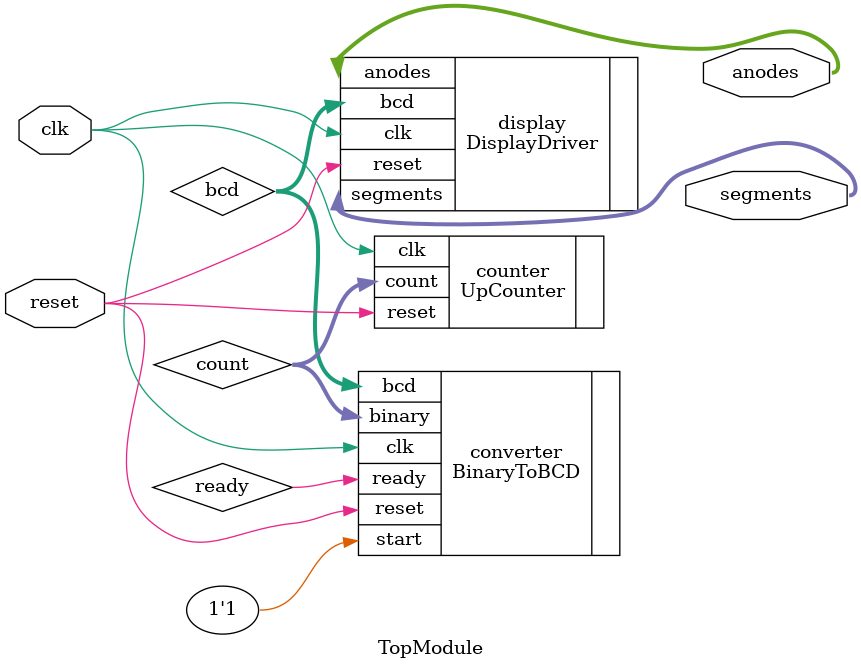
<source format=v>
`timescale 1ns / 1ps
module TopModule (
    input wire clk,              // Input clock
    input wire reset,            // Reset signal
    output wire [6:0] segments,  // Seven-segment display segments (A-G)
    output wire [3:0] anodes     // Anode signals for digit selection
);
    wire [11:0] count;           // Binary count from UpCounter
    wire [15:0] bcd;             // BCD output from BinaryToBCD
    wire ready;                  // Ready signal from BinaryToBCD

    // Instantiate the UpCounter
    UpCounter counter (
        .clk(clk),
        .reset(reset),
        .count(count)
    );

    // Instantiate the BinaryToBCD converter
    BinaryToBCD converter (
        .clk(clk),
        .reset(reset),
        .start(1'b1), // Always start the conversion in this example
        .binary(count),
        .bcd(bcd),
        .ready(ready)
    );

    // Instantiate the DisplayDriver
    DisplayDriver display (
        .clk(clk),
        .reset(reset),
        .bcd(bcd),
        .segments(segments),
        .anodes(anodes)
    );
endmodule



</source>
